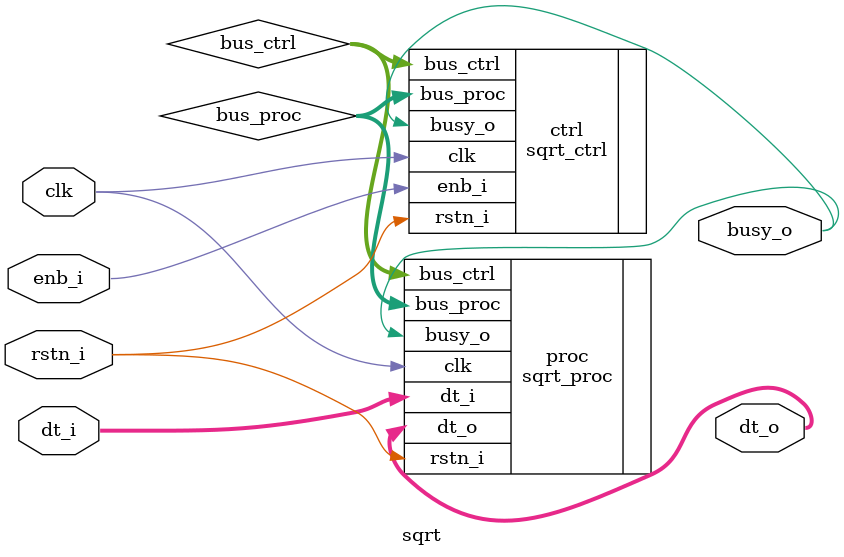
<source format=sv>

module sqrt(
	input clk,
	input rstn_i,
	input logic enb_i,
	input logic [7:0] dt_i,

    output logic busy_o,
    output logic [7:0] dt_o
	);

logic [9:0] bus_ctrl;
logic [16:0] bus_proc;

sqrt_ctrl ctrl(
	.clk        (clk),
    .rstn_i     (rstn_i),
    .enb_i      (enb_i),
    .bus_proc   (bus_proc),
    .bus_ctrl   (bus_ctrl),
    .busy_o     (busy_o)
);

sqrt_proc proc(
	.clk        (clk),
    .rstn_i     (rstn_i),
    .busy_o     (busy_o),
    .bus_ctrl   (bus_ctrl),
    .dt_i       (dt_i),
    .bus_proc   (bus_proc),
    .dt_o       (dt_o)
);

endmodule

</source>
